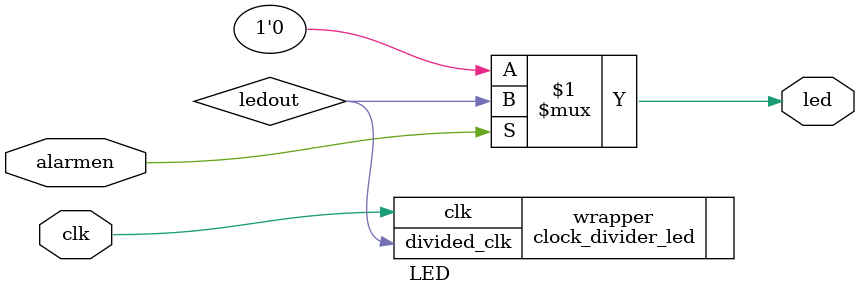
<source format=v>
`timescale 1ns / 1ps


module LED(
    input wire clk,
    input alarmen,
    output wire led
    );
    wire ledout;
    
    clock_divider_led wrapper ( .clk(clk), .divided_clk(ledout));
    
    assign led = alarmen ? ledout : 1'b0;
    
endmodule

</source>
